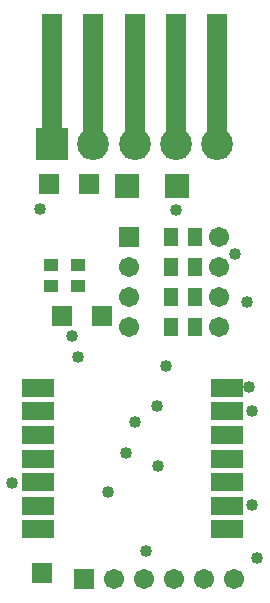
<source format=gbs>
%FSTAX24Y24*%
%MOIN*%
G70*
G01*
G75*
G04 Layer_Color=16711935*
%ADD10R,0.0512X0.0394*%
%ADD11O,0.0906X0.0236*%
%ADD12R,0.0394X0.0512*%
%ADD13R,0.1299X0.1004*%
%ADD14R,0.0374X0.1004*%
%ADD15R,0.0472X0.0512*%
%ADD16C,0.0100*%
%ADD17C,0.0300*%
%ADD18R,0.0650X0.4803*%
%ADD19C,0.0591*%
%ADD20R,0.0591X0.0591*%
%ADD21C,0.0984*%
%ADD22R,0.0984X0.0984*%
%ADD23C,0.0320*%
%ADD24R,0.0984X0.0512*%
%ADD25R,0.0374X0.0315*%
%ADD26R,0.0630X0.0630*%
%ADD27R,0.0709X0.0709*%
%ADD28C,0.0236*%
%ADD29C,0.0098*%
%ADD30C,0.0079*%
%ADD31C,0.0040*%
%ADD32C,0.0039*%
%ADD33R,0.0592X0.0474*%
%ADD34O,0.0986X0.0316*%
%ADD35R,0.0474X0.0592*%
%ADD36R,0.1379X0.1084*%
%ADD37R,0.0454X0.1084*%
%ADD38R,0.0552X0.0592*%
%ADD39C,0.0671*%
%ADD40R,0.0671X0.0671*%
%ADD41C,0.1064*%
%ADD42R,0.1064X0.1064*%
%ADD43C,0.0400*%
%ADD44R,0.1064X0.0592*%
%ADD45R,0.0454X0.0395*%
%ADD46R,0.0710X0.0710*%
%ADD47R,0.0789X0.0789*%
D18*
X235928Y197674D02*
D03*
X237306D02*
D03*
X238684D02*
D03*
X240062D02*
D03*
X24144D02*
D03*
D35*
X239906Y18965D02*
D03*
X240694D02*
D03*
X239906Y19065D02*
D03*
X240694D02*
D03*
X239906Y19265D02*
D03*
X240694D02*
D03*
X239906Y19165D02*
D03*
X240694D02*
D03*
D39*
X2415Y18965D02*
D03*
Y19065D02*
D03*
Y19165D02*
D03*
Y19265D02*
D03*
X2385Y18965D02*
D03*
Y19065D02*
D03*
Y19165D02*
D03*
X242Y18125D02*
D03*
X241D02*
D03*
X24D02*
D03*
X239D02*
D03*
X238D02*
D03*
D40*
X2385Y19265D02*
D03*
X2356Y18145D02*
D03*
X237Y18125D02*
D03*
D41*
X24144Y195745D02*
D03*
X238684D02*
D03*
X240062D02*
D03*
X237306D02*
D03*
D42*
X235928D02*
D03*
D43*
X23945Y185D02*
D03*
X2384Y18545D02*
D03*
X24259Y18685D02*
D03*
X2425Y18765D02*
D03*
X2378Y18415D02*
D03*
X234606Y184443D02*
D03*
X2366Y18935D02*
D03*
X2368Y18865D02*
D03*
X235535Y193557D02*
D03*
X238684Y18647D02*
D03*
X239411Y187D02*
D03*
X240052Y193521D02*
D03*
X239044Y182162D02*
D03*
X242769Y181936D02*
D03*
X242582Y183688D02*
D03*
X242011Y192084D02*
D03*
X239718Y188343D02*
D03*
X242415Y190469D02*
D03*
D44*
X23545Y182887D02*
D03*
Y183675D02*
D03*
Y184462D02*
D03*
Y18525D02*
D03*
Y186037D02*
D03*
Y186824D02*
D03*
Y187612D02*
D03*
X24175Y182887D02*
D03*
Y183675D02*
D03*
Y184462D02*
D03*
Y18525D02*
D03*
Y186037D02*
D03*
Y186824D02*
D03*
Y187612D02*
D03*
D45*
X2368Y191704D02*
D03*
Y190995D02*
D03*
X2359D02*
D03*
Y191704D02*
D03*
D46*
X237582Y190013D02*
D03*
X236243D02*
D03*
X237149Y194387D02*
D03*
X23581D02*
D03*
D47*
X238438Y194338D02*
D03*
X240092D02*
D03*
M02*

</source>
